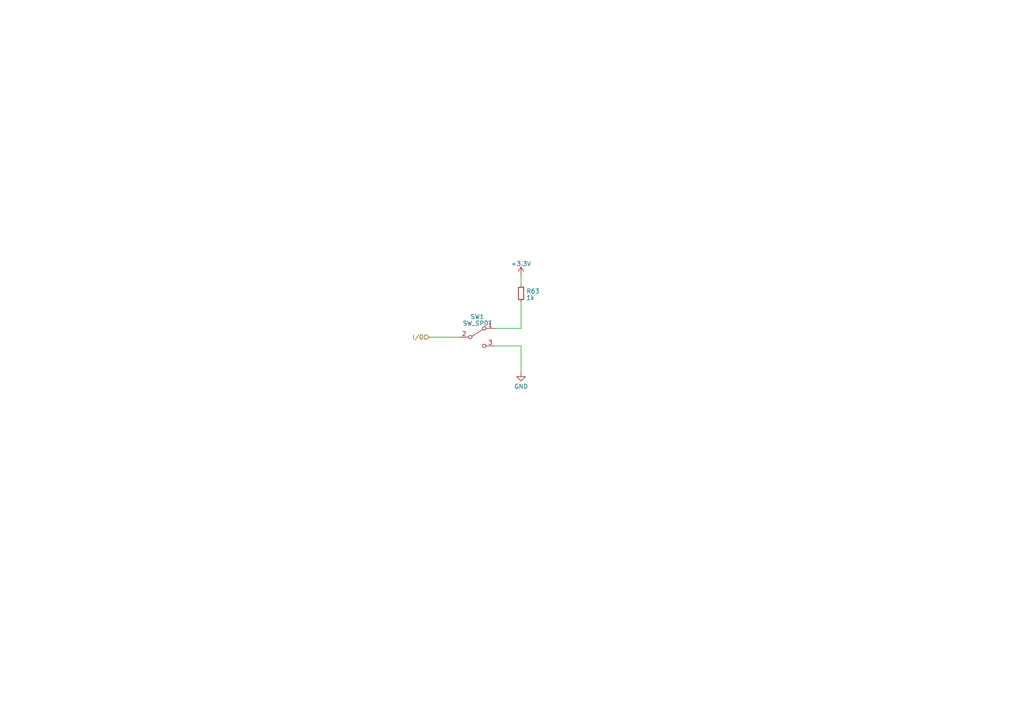
<source format=kicad_sch>
(kicad_sch (version 20230121) (generator eeschema)
  (paper "A4")
  (lib_symbols
    (symbol "Device:R_Small" (pin_numbers hide) (pin_names (offset 0.254) hide)
      (property "Reference" "R" (at 0.762 0.508 0))
      (property "Value" "R_Small" (at 0.762 -1.016 0))
      (symbol "R_Small_0_1"
        (rectangle (start -0.762 1.778) (end 0.762 -1.778) (stroke (width 0.2032)))
      )
      (symbol "R_Small_1_1"
        (pin passive line (at 0 2.54 270) (length 0.762) (name "~") (number "1"))
        (pin passive line (at 0 -2.54 90) (length 0.762) (name "~") (number "2"))
      )
    )
    (symbol "Switch:SW_SPDT" (pin_names (offset 0) hide)
      (property "Reference" "SW" (at 0 4.318 0))
      (property "Value" "SW_SPDT" (at 0 -5.08 0))
      (symbol "SW_SPDT_0_0"
        (circle (center -2.032 0) (radius 0.508))
        (circle (center 2.032 -2.54) (radius 0.508))
      )
      (symbol "SW_SPDT_0_1"
        (polyline (pts (xy -1.524 0.254) (xy 1.651 2.286)))
        (circle (center 2.032 2.54) (radius 0.508))
      )
      (symbol "SW_SPDT_1_1"
        (pin passive line (at 5.08 2.54 180) (length 2.54) (name "A") (number "1"))
        (pin passive line (at -5.08 0 0) (length 2.54) (name "B") (number "2"))
        (pin passive line (at 5.08 -2.54 180) (length 2.54) (name "C") (number "3"))
      )
    )
    (symbol "power:+3.3V" (power) (pin_names (offset 0))
      (property "Value" "+3.3V" (at 0 3.556 0))
      (symbol "+3.3V_0_1"
        (polyline (pts (xy -0.762 1.27) (xy 0 2.54)))
        (polyline (pts (xy 0 0) (xy 0 2.54)))
        (polyline (pts (xy 0 2.54) (xy 0.762 1.27)))
      )
      (symbol "+3.3V_1_1"
        (pin power_in line (at 0 0 90) (length 0) hide (name "+3.3V") (number "1"))
      )
    )
    (symbol "power:GND" (power) (pin_names (offset 0))
      (property "Value" "GND" (at 0 -3.81 0))
      (symbol "GND_0_1"
        (polyline (pts (xy 0 0) (xy 0 -1.27) (xy 1.27 -1.27) (xy 0 -2.54) (xy -1.27 -1.27) (xy 0 -1.27)))
      )
      (symbol "GND_1_1"
        (pin power_in line (at 0 0 270) (length 0) hide (name "GND") (number "1"))
      )
    )
  )
  (wire (pts (xy 151.13 87.63) (xy 151.13 95.25)))
  (wire (pts (xy 151.13 100.33) (xy 151.13 107.95)))
  (wire (pts (xy 151.13 80.01) (xy 151.13 82.55)))
  (wire (pts (xy 143.51 95.25) (xy 151.13 95.25)))
  (wire (pts (xy 143.51 100.33) (xy 151.13 100.33)))
  (wire (pts (xy 124.46 97.79) (xy 133.35 97.79)))
  (hierarchical_label "I{slash}O" (shape input) (at 124.46 97.79 180))
  (symbol (lib_id "Device:R_Small") (at 151.13 85.09 0) (unit 1)
    (property "Reference" "R63" (at 152.6286 84.4463 0) (effects (justify left)))
    (property "Value" "1k" (at 152.6286 86.3673 0) (effects (justify left)))
    (property "Footprint" "Resistor_SMD:R_0603_1608Metric" (effects hide))
    (instances (project "audrey-ii-simple_electronics" (path "" (reference "R63") (unit 1)) (path "" (reference "R64") (unit 1))))
  )
  (symbol (lib_id "power:GND") (at 151.13 107.95 0) (mirror y) (unit 1)
    (property "Reference" "#PWR05" (effects hide))
    (property "Value" "GND" (at 151.13 112.0855 0))
    (instances (project "audrey-ii-simple_electronics" (path "" (reference "#PWR05") (unit 1)) (path "" (reference "#PWR05") (unit 1)) (path "" (reference "#PWR049") (unit 1)) (path "" (reference "#PWR051") (unit 1))) (project "daisy_dev" (path "" (reference "#PWR09") (unit 1)) (path "" (reference "#PWR048") (unit 1))))
  )
  (symbol (lib_id "power:+3.3V") (at 151.13 80.01 0) (unit 1)
    (property "Reference" "#PWR033" (effects hide))
    (property "Value" "+3.3V" (at 151.13 76.5081 0))
    (instances (project "audrey-ii-simple_electronics" (path "" (reference "#PWR033") (unit 1)) (path "" (reference "#PWR050") (unit 1)) (path "" (reference "#PWR052") (unit 1))) (project "daisy_dev" (path "" (reference "#PWR040") (unit 1))))
  )
  (symbol (lib_id "Switch:SW_SPDT") (at 138.43 97.79 0) (unit 1)
    (property "Reference" "SW1" (at 138.43 91.8591 0))
    (property "Value" "SW_SPDT" (at 138.43 93.7801 0))
  )
)
</source>
